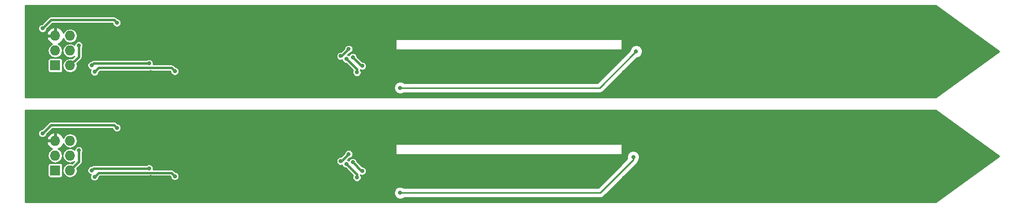
<source format=gbr>
G04 #@! TF.FileFunction,Copper,L2,Bot,Signal*
%FSLAX46Y46*%
G04 Gerber Fmt 4.6, Leading zero omitted, Abs format (unit mm)*
G04 Created by KiCad (PCBNEW no-vcs-found-undefined) date Fri Nov 11 20:13:07 2016*
%MOMM*%
%LPD*%
G01*
G04 APERTURE LIST*
%ADD10C,0.100000*%
%ADD11R,1.727200X1.727200*%
%ADD12O,1.727200X1.727200*%
%ADD13C,0.700000*%
%ADD14C,0.254000*%
%ADD15C,0.400000*%
G04 APERTURE END LIST*
D10*
D11*
X85560000Y-75400000D03*
D12*
X88100000Y-75400000D03*
X85560000Y-72860000D03*
X88100000Y-72860000D03*
X85560000Y-70320000D03*
X88100000Y-70320000D03*
X88100000Y-88320000D03*
X85560000Y-88320000D03*
X88100000Y-90860000D03*
X85560000Y-90860000D03*
X88100000Y-93400000D03*
D11*
X85560000Y-93400000D03*
D13*
X177000000Y-78000000D03*
X175750000Y-78000000D03*
X175750000Y-80500000D03*
X177000000Y-80500000D03*
X179500000Y-80500000D03*
X178250000Y-80500000D03*
X177000000Y-73000000D03*
X175746139Y-73000000D03*
X177000000Y-70500000D03*
X178246781Y-73000000D03*
X175763982Y-70500000D03*
X178262214Y-70500000D03*
X179500000Y-73000000D03*
X179500000Y-70500000D03*
X180746856Y-70500000D03*
X182000000Y-70500000D03*
X181549990Y-73000000D03*
X180505330Y-73000000D03*
X181702737Y-78297263D03*
X182500000Y-77500000D03*
X181500000Y-74750000D03*
X180595119Y-75654881D03*
X179750000Y-76500000D03*
X181000000Y-79000000D03*
X179008622Y-77241378D03*
X180228329Y-79771671D03*
X178250000Y-78000000D03*
X167000000Y-73000000D03*
X170749984Y-73000000D03*
X168250000Y-73000000D03*
X168250000Y-70500000D03*
X169500000Y-73000000D03*
X169500000Y-70500000D03*
X167000000Y-70500000D03*
X170750000Y-70500000D03*
X169500000Y-80500000D03*
X169500000Y-78000000D03*
X168250000Y-78000000D03*
X170750006Y-78000000D03*
X167000000Y-80500000D03*
X168250010Y-80500000D03*
X170750000Y-80500000D03*
X167000000Y-78000000D03*
X172000000Y-73000000D03*
X173248063Y-73000000D03*
X174500000Y-73000000D03*
X174500000Y-70500000D03*
X172000000Y-70500000D03*
X173248063Y-70500000D03*
X174500000Y-80500000D03*
X173249994Y-78000000D03*
X174500000Y-78000000D03*
X173250000Y-80500000D03*
X172000000Y-78000000D03*
X172000000Y-80500000D03*
X94200000Y-80499996D03*
X81000000Y-80500000D03*
X81000000Y-65600002D03*
X147000000Y-78000000D03*
X148273302Y-80500000D03*
X148257938Y-78000000D03*
X147000000Y-80500000D03*
X108799996Y-76400000D03*
X101841329Y-76527810D03*
X105900000Y-74100000D03*
X121700000Y-72900000D03*
X135535360Y-69314640D03*
X117100000Y-72900000D03*
X145753515Y-80500000D03*
X144500000Y-80550003D03*
X144754951Y-77975243D03*
X145750000Y-78000000D03*
X147000000Y-73000000D03*
X147000000Y-70500000D03*
X148250000Y-70499994D03*
X142150000Y-70700000D03*
X145800000Y-70500000D03*
X143300000Y-70500000D03*
X148250006Y-73000000D03*
X144500000Y-70500000D03*
X94200000Y-65600000D03*
X96800000Y-65800000D03*
X141300000Y-71800004D03*
X141200000Y-75872190D03*
X141630189Y-77934826D03*
X164500000Y-80500000D03*
X165749992Y-78000000D03*
X163250006Y-80500000D03*
X165750000Y-80500000D03*
X164500000Y-78000000D03*
X163250006Y-78000000D03*
X159500000Y-73000000D03*
X159500000Y-70500000D03*
X160749994Y-70500000D03*
X160750000Y-73000000D03*
X158250000Y-73000000D03*
X158250000Y-70500000D03*
X162000000Y-73000000D03*
X163250000Y-72999996D03*
X165750000Y-73000000D03*
X165750000Y-70500000D03*
X164500000Y-73000000D03*
X164500000Y-70500000D03*
X162000000Y-70500000D03*
X163250000Y-70500004D03*
X162000000Y-80500000D03*
X162000000Y-78000000D03*
X158250006Y-78000000D03*
X160750000Y-78000000D03*
X159500000Y-80500000D03*
X158250000Y-80500000D03*
X160750000Y-80500000D03*
X159500000Y-78000000D03*
X154500000Y-73000000D03*
X155750000Y-70500000D03*
X157000000Y-73000000D03*
X157000000Y-70500000D03*
X153250000Y-70500000D03*
X153250006Y-73000000D03*
X155750000Y-73000000D03*
X154500000Y-70500000D03*
X157000000Y-80500000D03*
X157000000Y-78000000D03*
X153250000Y-78000000D03*
X155750000Y-78000000D03*
X154500000Y-80500000D03*
X153250004Y-80500000D03*
X155750000Y-80500000D03*
X154500000Y-78000000D03*
X149500000Y-78000000D03*
X150750000Y-78000000D03*
X152000000Y-78000000D03*
X152000000Y-80500000D03*
X149500000Y-80500000D03*
X150750000Y-80500000D03*
X149500000Y-73000000D03*
X150750000Y-73000000D03*
X150750000Y-70500000D03*
X152000000Y-70500000D03*
X149500000Y-70500000D03*
X152000000Y-73000000D03*
X101841329Y-94527810D03*
X143300000Y-88500000D03*
X145800000Y-88500000D03*
X147000000Y-88500000D03*
X108799996Y-94400000D03*
X94200000Y-98499996D03*
X81000000Y-98500000D03*
X81000000Y-83600002D03*
X94200000Y-83600000D03*
X96800000Y-83800000D03*
X135535360Y-87314640D03*
X105900000Y-92100000D03*
X141300000Y-89800004D03*
X121700000Y-90900000D03*
X117100000Y-90900000D03*
X141630189Y-95934826D03*
X141200000Y-93872190D03*
X142150000Y-88700000D03*
X144754951Y-95975243D03*
X145750000Y-96000000D03*
X180595119Y-93654881D03*
X179008622Y-95241378D03*
X181702737Y-96297263D03*
X180228329Y-97771671D03*
X178250000Y-98500000D03*
X175750000Y-98500000D03*
X175750000Y-96000000D03*
X173249994Y-96000000D03*
X170750006Y-96000000D03*
X165749992Y-96000000D03*
X168250000Y-96000000D03*
X163250006Y-96000000D03*
X160750000Y-96000000D03*
X158250006Y-96000000D03*
X155750000Y-96000000D03*
X153250000Y-96000000D03*
X150750000Y-96000000D03*
X150750000Y-98500000D03*
X148257938Y-96000000D03*
X148273302Y-98500000D03*
X145753515Y-98500000D03*
X165750000Y-88500000D03*
X165750000Y-91000000D03*
X163250000Y-90999996D03*
X163250000Y-88500004D03*
X160750000Y-91000000D03*
X160749994Y-88500000D03*
X158250000Y-88500000D03*
X158250000Y-91000000D03*
X155750000Y-88500000D03*
X155750000Y-91000000D03*
X148250000Y-88499994D03*
X148250006Y-91000000D03*
X150750000Y-91000000D03*
X150750000Y-88500000D03*
X153250000Y-88500000D03*
X153250006Y-91000000D03*
X168250000Y-88500000D03*
X168250000Y-91000000D03*
X170749984Y-91000000D03*
X170750000Y-88500000D03*
X173248063Y-91000000D03*
X173248063Y-88500000D03*
X175746139Y-91000000D03*
X175763982Y-88500000D03*
X178246781Y-91000000D03*
X178262214Y-88500000D03*
X180746856Y-88500000D03*
X180505330Y-91000000D03*
X182500000Y-95500000D03*
X181000000Y-97000000D03*
X181500000Y-92750000D03*
X179750000Y-94500000D03*
X178250000Y-96000000D03*
X179500000Y-98500000D03*
X181549990Y-91000000D03*
X182000000Y-88500000D03*
X144500000Y-98550003D03*
X147000000Y-98500000D03*
X149500000Y-98500000D03*
X152000000Y-98500000D03*
X177000000Y-98500000D03*
X177000000Y-96000000D03*
X174500000Y-96000000D03*
X172000000Y-96000000D03*
X169500000Y-96000000D03*
X167000000Y-96000000D03*
X164500000Y-96000000D03*
X162000000Y-96000000D03*
X159500000Y-96000000D03*
X157000000Y-96000000D03*
X154500000Y-96000000D03*
X152000000Y-96000000D03*
X149500000Y-96000000D03*
X147000000Y-96000000D03*
X144500000Y-88500000D03*
X149500000Y-88500000D03*
X152000000Y-88500000D03*
X154500000Y-88500000D03*
X157000000Y-88500000D03*
X159500000Y-88500000D03*
X162000000Y-88500000D03*
X164500000Y-88500000D03*
X167000000Y-88500000D03*
X169500000Y-88500000D03*
X172000000Y-88500000D03*
X174500000Y-88500000D03*
X177000000Y-88500000D03*
X179500000Y-88500000D03*
X179500000Y-91000000D03*
X177000000Y-91000000D03*
X174500000Y-91000000D03*
X172000000Y-91000000D03*
X169500000Y-91000000D03*
X167000000Y-91000000D03*
X164500000Y-91000000D03*
X162000000Y-91000000D03*
X159500000Y-91000000D03*
X157000000Y-91000000D03*
X154500000Y-91000000D03*
X152000000Y-91000000D03*
X149500000Y-91000000D03*
X147000000Y-91000000D03*
X173250000Y-98500000D03*
X170750000Y-98500000D03*
X165750000Y-98500000D03*
X168250010Y-98500000D03*
X163250006Y-98500000D03*
X160750000Y-98500000D03*
X158250000Y-98500000D03*
X155750000Y-98500000D03*
X153250004Y-98500000D03*
X154500000Y-98500000D03*
X157000000Y-98500000D03*
X159500000Y-98500000D03*
X162000000Y-98500000D03*
X164500000Y-98500000D03*
X167000000Y-98500000D03*
X169500000Y-98500000D03*
X172000000Y-98500000D03*
X174500000Y-98500000D03*
X138000002Y-75500000D03*
X136399988Y-74000000D03*
X138000002Y-93500000D03*
X136399988Y-92000000D03*
X184300000Y-91100000D03*
X184800000Y-73000000D03*
X144500000Y-79250000D03*
X144500000Y-97250000D03*
X135700000Y-72599998D03*
X134322126Y-73800000D03*
X134322126Y-91800000D03*
X135700000Y-90599998D03*
X83400000Y-69054000D03*
X96100000Y-68100000D03*
X83400000Y-87054000D03*
X96100000Y-86100000D03*
X89585362Y-71985358D03*
X89585362Y-89985358D03*
X135300000Y-74300000D03*
X137100000Y-76600002D03*
X135300000Y-92300000D03*
X137100000Y-94600002D03*
X92281190Y-76501909D03*
X106000000Y-76400000D03*
X92281190Y-94501909D03*
X106000000Y-94400000D03*
X91800000Y-75400000D03*
X101602957Y-75072196D03*
X101602957Y-93072196D03*
X91800000Y-93400000D03*
D14*
X157000000Y-78000000D02*
X158250006Y-78000000D01*
X159500000Y-78000000D02*
X160750000Y-78000000D01*
X159500000Y-80500000D02*
X160750000Y-80500000D01*
X162000000Y-78000000D02*
X160750000Y-78000000D01*
X162000000Y-80500000D02*
X160750000Y-80500000D01*
X157000000Y-78000000D02*
X155750000Y-78000000D01*
X149500000Y-70500000D02*
X150750000Y-70500000D01*
X159500000Y-70500000D02*
X160749994Y-70500000D01*
X162000000Y-70500000D02*
X160749994Y-70500000D01*
X164500000Y-78000000D02*
X167000000Y-78000000D01*
X164500000Y-80500000D02*
X165750000Y-80500000D01*
X167000000Y-80500000D02*
X165750000Y-80500000D01*
X172000000Y-80500000D02*
X170750000Y-80500000D01*
X172000000Y-78000000D02*
X170750006Y-78000000D01*
X172000000Y-80500000D02*
X173250000Y-80500000D01*
X167000000Y-70500000D02*
X164500000Y-70500000D01*
X172000000Y-78000000D02*
X173249994Y-78000000D01*
X174500000Y-78000000D02*
X177000000Y-78000000D01*
X179500000Y-70500000D02*
X180746856Y-70500000D01*
X177000000Y-80500000D02*
X179500000Y-80500000D01*
X152000000Y-70500000D02*
X153250000Y-70500000D01*
X152000000Y-70500000D02*
X150750000Y-70500000D01*
X154500000Y-70500000D02*
X155750000Y-70500000D01*
X157000000Y-70500000D02*
X158250000Y-70500000D01*
X157000000Y-70500000D02*
X155750000Y-70500000D01*
X162000000Y-78000000D02*
X163250006Y-78000000D01*
X162000000Y-80500000D02*
X163250006Y-80500000D01*
X157000000Y-80500000D02*
X154500000Y-80500000D01*
X180228329Y-79771671D02*
X181000000Y-79000000D01*
X169500000Y-73000000D02*
X170749984Y-73000000D01*
X179500000Y-73000000D02*
X178246781Y-73000000D01*
X175763982Y-70500000D02*
X174500000Y-70500000D01*
X169500000Y-70500000D02*
X170750000Y-70500000D01*
X174500000Y-73000000D02*
X175746139Y-73000000D01*
X147000000Y-70500000D02*
X144500000Y-70500000D01*
X144500000Y-70500000D02*
X142350000Y-70500000D01*
X144550003Y-80500000D02*
X144500000Y-80550003D01*
D15*
X143750392Y-80550003D02*
X141630189Y-78429800D01*
D14*
X142350000Y-70500000D02*
X142150000Y-70700000D01*
D15*
X144500000Y-80550003D02*
X143750392Y-80550003D01*
D14*
X152000000Y-80500000D02*
X149500000Y-80500000D01*
X152000000Y-73000000D02*
X150750000Y-73000000D01*
X152000000Y-73000000D02*
X153250006Y-73000000D01*
X152000000Y-78000000D02*
X150750000Y-78000000D01*
X177000000Y-80500000D02*
X175750000Y-80500000D01*
X179750000Y-76500000D02*
X180595119Y-75654881D01*
X179008622Y-77241378D02*
X179750000Y-76500000D01*
X145753515Y-80500000D02*
X144550003Y-80500000D01*
X147000000Y-78000000D02*
X145750000Y-78000000D01*
X143000000Y-76000000D02*
X142872190Y-75872190D01*
X147000000Y-73000000D02*
X144127810Y-75872190D01*
X147000000Y-78000000D02*
X144872190Y-75872190D01*
X144872190Y-75872190D02*
X141694974Y-75872190D01*
X142872190Y-75872190D02*
X141694974Y-75872190D01*
X141694974Y-75872190D02*
X141200000Y-75872190D01*
D15*
X141630189Y-78429800D02*
X141630189Y-77934826D01*
D14*
X144127810Y-75872190D02*
X141694974Y-75872190D01*
X154500000Y-73000000D02*
X155750000Y-73000000D01*
X157000000Y-73000000D02*
X155750000Y-73000000D01*
X157000000Y-73000000D02*
X158250000Y-73000000D01*
X159500000Y-73000000D02*
X160750000Y-73000000D01*
X162000000Y-73000000D02*
X160750000Y-73000000D01*
X162000000Y-73000000D02*
X163249996Y-73000000D01*
X167000000Y-73000000D02*
X165750000Y-73000000D01*
X163249996Y-73000000D02*
X163250000Y-72999996D01*
D15*
X144500000Y-98550003D02*
X143750392Y-98550003D01*
X143750392Y-98550003D02*
X141630189Y-96429800D01*
X141630189Y-96429800D02*
X141630189Y-95934826D01*
D14*
X142872190Y-93872190D02*
X141694974Y-93872190D01*
X141694974Y-93872190D02*
X141200000Y-93872190D01*
X144127810Y-93872190D02*
X141694974Y-93872190D01*
X147000000Y-96000000D02*
X144872190Y-93872190D01*
X144872190Y-93872190D02*
X141694974Y-93872190D01*
X147000000Y-91000000D02*
X144127810Y-93872190D01*
X143000000Y-94000000D02*
X142872190Y-93872190D01*
X147000000Y-96000000D02*
X145750000Y-96000000D01*
X179750000Y-94500000D02*
X180595119Y-93654881D01*
X179008622Y-95241378D02*
X179750000Y-94500000D01*
X180228329Y-97771671D02*
X181000000Y-97000000D01*
X177000000Y-98500000D02*
X175750000Y-98500000D01*
X172000000Y-96000000D02*
X173249994Y-96000000D01*
X172000000Y-96000000D02*
X170750006Y-96000000D01*
X162000000Y-96000000D02*
X163250006Y-96000000D01*
X162000000Y-96000000D02*
X160750000Y-96000000D01*
X159500000Y-96000000D02*
X160750000Y-96000000D01*
X157000000Y-96000000D02*
X158250006Y-96000000D01*
X157000000Y-96000000D02*
X155750000Y-96000000D01*
X152000000Y-96000000D02*
X150750000Y-96000000D01*
X145753515Y-98500000D02*
X144550003Y-98500000D01*
X167000000Y-91000000D02*
X165750000Y-91000000D01*
X163249996Y-91000000D02*
X163250000Y-90999996D01*
X162000000Y-91000000D02*
X163249996Y-91000000D01*
X162000000Y-91000000D02*
X160750000Y-91000000D01*
X159500000Y-91000000D02*
X160750000Y-91000000D01*
X162000000Y-88500000D02*
X160749994Y-88500000D01*
X159500000Y-88500000D02*
X160749994Y-88500000D01*
X157000000Y-88500000D02*
X158250000Y-88500000D01*
X157000000Y-91000000D02*
X158250000Y-91000000D01*
X154500000Y-88500000D02*
X155750000Y-88500000D01*
X157000000Y-88500000D02*
X155750000Y-88500000D01*
X157000000Y-91000000D02*
X155750000Y-91000000D01*
X154500000Y-91000000D02*
X155750000Y-91000000D01*
X152000000Y-91000000D02*
X150750000Y-91000000D01*
X152000000Y-88500000D02*
X150750000Y-88500000D01*
X149500000Y-88500000D02*
X150750000Y-88500000D01*
X152000000Y-88500000D02*
X153250000Y-88500000D01*
X152000000Y-91000000D02*
X153250006Y-91000000D01*
X169500000Y-91000000D02*
X170749984Y-91000000D01*
X169500000Y-88500000D02*
X170750000Y-88500000D01*
X174500000Y-91000000D02*
X175746139Y-91000000D01*
X175763982Y-88500000D02*
X174500000Y-88500000D01*
X179500000Y-91000000D02*
X178246781Y-91000000D01*
X179500000Y-88500000D02*
X180746856Y-88500000D01*
X177000000Y-98500000D02*
X179500000Y-98500000D01*
X144500000Y-88500000D02*
X142350000Y-88500000D01*
X142350000Y-88500000D02*
X142150000Y-88700000D01*
X144550003Y-98500000D02*
X144500000Y-98550003D01*
X152000000Y-98500000D02*
X149500000Y-98500000D01*
X174500000Y-96000000D02*
X177000000Y-96000000D01*
X164500000Y-96000000D02*
X167000000Y-96000000D01*
X147000000Y-88500000D02*
X144500000Y-88500000D01*
X167000000Y-88500000D02*
X164500000Y-88500000D01*
X172000000Y-98500000D02*
X173250000Y-98500000D01*
X172000000Y-98500000D02*
X170750000Y-98500000D01*
X167000000Y-98500000D02*
X165750000Y-98500000D01*
X164500000Y-98500000D02*
X165750000Y-98500000D01*
X162000000Y-98500000D02*
X163250006Y-98500000D01*
X162000000Y-98500000D02*
X160750000Y-98500000D01*
X159500000Y-98500000D02*
X160750000Y-98500000D01*
X157000000Y-98500000D02*
X154500000Y-98500000D01*
D15*
X136399988Y-74000000D02*
X137899988Y-75500000D01*
X137899988Y-75500000D02*
X138000002Y-75500000D01*
X137899988Y-93500000D02*
X138000002Y-93500000D01*
X136399988Y-92000000D02*
X137899988Y-93500000D01*
D14*
X184300000Y-91594974D02*
X184300000Y-91100000D01*
X178644974Y-97250000D02*
X184300000Y-91594974D01*
X144500000Y-97250000D02*
X178644974Y-97250000D01*
X184450001Y-73349999D02*
X184800000Y-73000000D01*
X178550000Y-79250000D02*
X184450001Y-73349999D01*
X144500000Y-79250000D02*
X178550000Y-79250000D01*
D15*
X135700000Y-72599998D02*
X134499998Y-73800000D01*
X134499998Y-73800000D02*
X134322126Y-73800000D01*
X134499998Y-91800000D02*
X134322126Y-91800000D01*
X135700000Y-90599998D02*
X134499998Y-91800000D01*
X96100000Y-68100000D02*
X95600000Y-67600000D01*
X95600000Y-67600000D02*
X84854000Y-67600000D01*
X84854000Y-67600000D02*
X83400000Y-69054000D01*
X96100000Y-86100000D02*
X95600000Y-85600000D01*
X95600000Y-85600000D02*
X84854000Y-85600000D01*
X84854000Y-85600000D02*
X83400000Y-87054000D01*
X89585362Y-73914638D02*
X89585362Y-72480332D01*
X89585362Y-72480332D02*
X89585362Y-71985358D01*
X88100000Y-75400000D02*
X89585362Y-73914638D01*
X89585362Y-91914638D02*
X89585362Y-90480332D01*
X89585362Y-90480332D02*
X89585362Y-89985358D01*
X88100000Y-93400000D02*
X89585362Y-91914638D01*
X137100000Y-76100000D02*
X135300000Y-74300000D01*
X137100000Y-76600002D02*
X137100000Y-76100000D01*
X137100000Y-94600002D02*
X137100000Y-94100000D01*
X137100000Y-94100000D02*
X135300000Y-92300000D01*
X92281190Y-76501909D02*
X92983099Y-75800000D01*
X105400000Y-75800000D02*
X106000000Y-76400000D01*
X92983099Y-75800000D02*
X105400000Y-75800000D01*
X92281190Y-94501909D02*
X92983099Y-93800000D01*
X92983099Y-93800000D02*
X105400000Y-93800000D01*
X105400000Y-93800000D02*
X106000000Y-94400000D01*
X92127804Y-75072196D02*
X101602957Y-75072196D01*
X91800000Y-75400000D02*
X92127804Y-75072196D01*
X91800000Y-93400000D02*
X92127804Y-93072196D01*
X92127804Y-93072196D02*
X101602957Y-93072196D01*
D14*
G36*
X246784077Y-91000000D02*
X235958702Y-98873000D01*
X182427000Y-98873000D01*
X182427000Y-94675713D01*
X184903869Y-92198844D01*
X185088993Y-91921786D01*
X185110740Y-91812455D01*
X185212504Y-91710868D01*
X185376813Y-91315168D01*
X185377187Y-90886711D01*
X185213569Y-90490725D01*
X184910868Y-90187496D01*
X184515168Y-90023187D01*
X184086711Y-90022813D01*
X183690725Y-90186431D01*
X183387496Y-90489132D01*
X183223187Y-90884832D01*
X183222813Y-91313289D01*
X183267002Y-91420234D01*
X182427000Y-92260236D01*
X182427000Y-83127000D01*
X235958702Y-83127000D01*
X246784077Y-91000000D01*
X246784077Y-91000000D01*
G37*
X246784077Y-91000000D02*
X235958702Y-98873000D01*
X182427000Y-98873000D01*
X182427000Y-94675713D01*
X184903869Y-92198844D01*
X185088993Y-91921786D01*
X185110740Y-91812455D01*
X185212504Y-91710868D01*
X185376813Y-91315168D01*
X185377187Y-90886711D01*
X185213569Y-90490725D01*
X184910868Y-90187496D01*
X184515168Y-90023187D01*
X184086711Y-90022813D01*
X183690725Y-90186431D01*
X183387496Y-90489132D01*
X183223187Y-90884832D01*
X183222813Y-91313289D01*
X183267002Y-91420234D01*
X182427000Y-92260236D01*
X182427000Y-83127000D01*
X235958702Y-83127000D01*
X246784077Y-91000000D01*
G36*
X182273000Y-88873000D02*
X143800000Y-88873000D01*
X143751399Y-88882667D01*
X143710197Y-88910197D01*
X143682667Y-88951399D01*
X143673000Y-89000000D01*
X143673000Y-90600000D01*
X143682667Y-90648601D01*
X143710197Y-90689803D01*
X143751399Y-90717333D01*
X143800000Y-90727000D01*
X182273000Y-90727000D01*
X182273000Y-92414236D01*
X178291236Y-96396000D01*
X145169270Y-96396000D01*
X145110868Y-96337496D01*
X144715168Y-96173187D01*
X144286711Y-96172813D01*
X143890725Y-96336431D01*
X143587496Y-96639132D01*
X143423187Y-97034832D01*
X143422813Y-97463289D01*
X143586431Y-97859275D01*
X143889132Y-98162504D01*
X144284832Y-98326813D01*
X144713289Y-98327187D01*
X145109275Y-98163569D01*
X145168948Y-98104000D01*
X178644974Y-98104000D01*
X178971786Y-98038993D01*
X179248843Y-97853869D01*
X182273000Y-94829713D01*
X182273000Y-98873000D01*
X80431000Y-98873000D01*
X80431000Y-92536400D01*
X84307936Y-92536400D01*
X84307936Y-94263600D01*
X84337506Y-94412259D01*
X84421714Y-94538286D01*
X84547741Y-94622494D01*
X84696400Y-94652064D01*
X86423600Y-94652064D01*
X86572259Y-94622494D01*
X86698286Y-94538286D01*
X86782494Y-94412259D01*
X86812064Y-94263600D01*
X86812064Y-92536400D01*
X86782494Y-92387741D01*
X86698286Y-92261714D01*
X86572259Y-92177506D01*
X86423600Y-92147936D01*
X84696400Y-92147936D01*
X84547741Y-92177506D01*
X84421714Y-92261714D01*
X84337506Y-92387741D01*
X84307936Y-92536400D01*
X80431000Y-92536400D01*
X80431000Y-88679026D01*
X84105042Y-88679026D01*
X84277312Y-89094947D01*
X84671510Y-89526821D01*
X85061662Y-89709676D01*
X85059329Y-89710140D01*
X84655552Y-89979935D01*
X84385757Y-90383712D01*
X84291017Y-90860000D01*
X84385757Y-91336288D01*
X84655552Y-91740065D01*
X85059329Y-92009860D01*
X85535617Y-92104600D01*
X85584383Y-92104600D01*
X86060671Y-92009860D01*
X86464448Y-91740065D01*
X86734243Y-91336288D01*
X86828983Y-90860000D01*
X86831017Y-90860000D01*
X86925757Y-91336288D01*
X87195552Y-91740065D01*
X87599329Y-92009860D01*
X88075617Y-92104600D01*
X88124383Y-92104600D01*
X88600671Y-92009860D01*
X88805031Y-91873311D01*
X88456817Y-92221525D01*
X88124383Y-92155400D01*
X88075617Y-92155400D01*
X87599329Y-92250140D01*
X87195552Y-92519935D01*
X86925757Y-92923712D01*
X86831017Y-93400000D01*
X86925757Y-93876288D01*
X87195552Y-94280065D01*
X87599329Y-94549860D01*
X88075617Y-94644600D01*
X88124383Y-94644600D01*
X88600671Y-94549860D01*
X89004448Y-94280065D01*
X89274243Y-93876288D01*
X89340186Y-93544767D01*
X91068874Y-93544767D01*
X91179927Y-93813537D01*
X91385381Y-94019350D01*
X91645245Y-94127255D01*
X91550317Y-94355866D01*
X91550064Y-94646676D01*
X91661117Y-94915446D01*
X91866571Y-95121259D01*
X92135147Y-95232782D01*
X92425957Y-95233035D01*
X92694727Y-95121982D01*
X92900540Y-94916528D01*
X93012063Y-94647952D01*
X93012111Y-94592646D01*
X93223757Y-94381000D01*
X105159342Y-94381000D01*
X105268921Y-94490579D01*
X105268874Y-94544767D01*
X105379927Y-94813537D01*
X105585381Y-95019350D01*
X105853957Y-95130873D01*
X106144767Y-95131126D01*
X106413537Y-95020073D01*
X106619350Y-94814619D01*
X106730873Y-94546043D01*
X106731126Y-94255233D01*
X106620073Y-93986463D01*
X106414619Y-93780650D01*
X106146043Y-93669127D01*
X106090737Y-93669079D01*
X105810829Y-93389171D01*
X105622339Y-93263226D01*
X105400000Y-93219000D01*
X102333514Y-93219000D01*
X102333830Y-93218239D01*
X102334083Y-92927429D01*
X102223030Y-92658659D01*
X102017576Y-92452846D01*
X101749000Y-92341323D01*
X101458190Y-92341070D01*
X101189420Y-92452123D01*
X101150279Y-92491196D01*
X92127804Y-92491196D01*
X91905465Y-92535422D01*
X91716975Y-92661367D01*
X91709421Y-92668921D01*
X91655233Y-92668874D01*
X91386463Y-92779927D01*
X91180650Y-92985381D01*
X91069127Y-93253957D01*
X91068874Y-93544767D01*
X89340186Y-93544767D01*
X89368983Y-93400000D01*
X89294767Y-93026891D01*
X89996191Y-92325467D01*
X90122136Y-92136977D01*
X90160368Y-91944767D01*
X133591000Y-91944767D01*
X133702053Y-92213537D01*
X133907507Y-92419350D01*
X134176083Y-92530873D01*
X134466893Y-92531126D01*
X134584481Y-92482540D01*
X134679927Y-92713537D01*
X134885381Y-92919350D01*
X135153957Y-93030873D01*
X135209263Y-93030921D01*
X136446344Y-94268002D01*
X136369127Y-94453959D01*
X136368874Y-94744769D01*
X136479927Y-95013539D01*
X136685381Y-95219352D01*
X136953957Y-95330875D01*
X137244767Y-95331128D01*
X137513537Y-95220075D01*
X137719350Y-95014621D01*
X137830873Y-94746045D01*
X137831126Y-94455235D01*
X137720073Y-94186465D01*
X137701000Y-94167359D01*
X137853959Y-94230873D01*
X138144769Y-94231126D01*
X138413539Y-94120073D01*
X138619352Y-93914619D01*
X138730875Y-93646043D01*
X138731128Y-93355233D01*
X138620075Y-93086463D01*
X138414621Y-92880650D01*
X138146045Y-92769127D01*
X137990638Y-92768992D01*
X137131067Y-91909421D01*
X137131114Y-91855233D01*
X137020061Y-91586463D01*
X136814607Y-91380650D01*
X136546031Y-91269127D01*
X136255221Y-91268874D01*
X135986451Y-91379927D01*
X135780638Y-91585381D01*
X135733306Y-91699369D01*
X135714619Y-91680650D01*
X135521285Y-91600371D01*
X135790579Y-91331077D01*
X135844767Y-91331124D01*
X136113537Y-91220071D01*
X136319350Y-91014617D01*
X136430873Y-90746041D01*
X136431126Y-90455231D01*
X136320073Y-90186461D01*
X136114619Y-89980648D01*
X135846043Y-89869125D01*
X135555233Y-89868872D01*
X135286463Y-89979925D01*
X135080650Y-90185379D01*
X134969127Y-90453955D01*
X134969079Y-90509261D01*
X134409264Y-91069076D01*
X134177359Y-91068874D01*
X133908589Y-91179927D01*
X133702776Y-91385381D01*
X133591253Y-91653957D01*
X133591000Y-91944767D01*
X90160368Y-91944767D01*
X90166362Y-91914638D01*
X90166362Y-90438260D01*
X90204712Y-90399977D01*
X90316235Y-90131401D01*
X90316488Y-89840591D01*
X90205435Y-89571821D01*
X89999981Y-89366008D01*
X89731405Y-89254485D01*
X89440595Y-89254232D01*
X89171825Y-89365285D01*
X88966012Y-89570739D01*
X88854489Y-89839315D01*
X88854454Y-89879712D01*
X88600671Y-89710140D01*
X88124383Y-89615400D01*
X88075617Y-89615400D01*
X87599329Y-89710140D01*
X87195552Y-89979935D01*
X86925757Y-90383712D01*
X86831017Y-90860000D01*
X86828983Y-90860000D01*
X86734243Y-90383712D01*
X86464448Y-89979935D01*
X86060671Y-89710140D01*
X86058338Y-89709676D01*
X86448490Y-89526821D01*
X86842688Y-89094947D01*
X86950841Y-88833828D01*
X87195552Y-89200065D01*
X87599329Y-89469860D01*
X88075617Y-89564600D01*
X88124383Y-89564600D01*
X88600671Y-89469860D01*
X89004448Y-89200065D01*
X89274243Y-88796288D01*
X89368983Y-88320000D01*
X89274243Y-87843712D01*
X89004448Y-87439935D01*
X88600671Y-87170140D01*
X88124383Y-87075400D01*
X88075617Y-87075400D01*
X87599329Y-87170140D01*
X87195552Y-87439935D01*
X86950841Y-87806172D01*
X86842688Y-87545053D01*
X86448490Y-87113179D01*
X85919027Y-86865032D01*
X85687000Y-86985531D01*
X85687000Y-88193000D01*
X85707000Y-88193000D01*
X85707000Y-88447000D01*
X85687000Y-88447000D01*
X85687000Y-88467000D01*
X85433000Y-88467000D01*
X85433000Y-88447000D01*
X84226183Y-88447000D01*
X84105042Y-88679026D01*
X80431000Y-88679026D01*
X80431000Y-87960974D01*
X84105042Y-87960974D01*
X84226183Y-88193000D01*
X85433000Y-88193000D01*
X85433000Y-86985531D01*
X85200973Y-86865032D01*
X84671510Y-87113179D01*
X84277312Y-87545053D01*
X84105042Y-87960974D01*
X80431000Y-87960974D01*
X80431000Y-87198767D01*
X82668874Y-87198767D01*
X82779927Y-87467537D01*
X82985381Y-87673350D01*
X83253957Y-87784873D01*
X83544767Y-87785126D01*
X83813537Y-87674073D01*
X84019350Y-87468619D01*
X84130873Y-87200043D01*
X84130921Y-87144737D01*
X85094658Y-86181000D01*
X95359342Y-86181000D01*
X95368921Y-86190579D01*
X95368874Y-86244767D01*
X95479927Y-86513537D01*
X95685381Y-86719350D01*
X95953957Y-86830873D01*
X96244767Y-86831126D01*
X96513537Y-86720073D01*
X96719350Y-86514619D01*
X96830873Y-86246043D01*
X96831126Y-85955233D01*
X96720073Y-85686463D01*
X96514619Y-85480650D01*
X96246043Y-85369127D01*
X96190737Y-85369079D01*
X96010829Y-85189171D01*
X95822339Y-85063226D01*
X95600000Y-85019000D01*
X84854000Y-85019000D01*
X84631661Y-85063226D01*
X84443171Y-85189171D01*
X83309421Y-86322921D01*
X83255233Y-86322874D01*
X82986463Y-86433927D01*
X82780650Y-86639381D01*
X82669127Y-86907957D01*
X82668874Y-87198767D01*
X80431000Y-87198767D01*
X80431000Y-83127000D01*
X182273000Y-83127000D01*
X182273000Y-88873000D01*
X182273000Y-88873000D01*
G37*
X182273000Y-88873000D02*
X143800000Y-88873000D01*
X143751399Y-88882667D01*
X143710197Y-88910197D01*
X143682667Y-88951399D01*
X143673000Y-89000000D01*
X143673000Y-90600000D01*
X143682667Y-90648601D01*
X143710197Y-90689803D01*
X143751399Y-90717333D01*
X143800000Y-90727000D01*
X182273000Y-90727000D01*
X182273000Y-92414236D01*
X178291236Y-96396000D01*
X145169270Y-96396000D01*
X145110868Y-96337496D01*
X144715168Y-96173187D01*
X144286711Y-96172813D01*
X143890725Y-96336431D01*
X143587496Y-96639132D01*
X143423187Y-97034832D01*
X143422813Y-97463289D01*
X143586431Y-97859275D01*
X143889132Y-98162504D01*
X144284832Y-98326813D01*
X144713289Y-98327187D01*
X145109275Y-98163569D01*
X145168948Y-98104000D01*
X178644974Y-98104000D01*
X178971786Y-98038993D01*
X179248843Y-97853869D01*
X182273000Y-94829713D01*
X182273000Y-98873000D01*
X80431000Y-98873000D01*
X80431000Y-92536400D01*
X84307936Y-92536400D01*
X84307936Y-94263600D01*
X84337506Y-94412259D01*
X84421714Y-94538286D01*
X84547741Y-94622494D01*
X84696400Y-94652064D01*
X86423600Y-94652064D01*
X86572259Y-94622494D01*
X86698286Y-94538286D01*
X86782494Y-94412259D01*
X86812064Y-94263600D01*
X86812064Y-92536400D01*
X86782494Y-92387741D01*
X86698286Y-92261714D01*
X86572259Y-92177506D01*
X86423600Y-92147936D01*
X84696400Y-92147936D01*
X84547741Y-92177506D01*
X84421714Y-92261714D01*
X84337506Y-92387741D01*
X84307936Y-92536400D01*
X80431000Y-92536400D01*
X80431000Y-88679026D01*
X84105042Y-88679026D01*
X84277312Y-89094947D01*
X84671510Y-89526821D01*
X85061662Y-89709676D01*
X85059329Y-89710140D01*
X84655552Y-89979935D01*
X84385757Y-90383712D01*
X84291017Y-90860000D01*
X84385757Y-91336288D01*
X84655552Y-91740065D01*
X85059329Y-92009860D01*
X85535617Y-92104600D01*
X85584383Y-92104600D01*
X86060671Y-92009860D01*
X86464448Y-91740065D01*
X86734243Y-91336288D01*
X86828983Y-90860000D01*
X86831017Y-90860000D01*
X86925757Y-91336288D01*
X87195552Y-91740065D01*
X87599329Y-92009860D01*
X88075617Y-92104600D01*
X88124383Y-92104600D01*
X88600671Y-92009860D01*
X88805031Y-91873311D01*
X88456817Y-92221525D01*
X88124383Y-92155400D01*
X88075617Y-92155400D01*
X87599329Y-92250140D01*
X87195552Y-92519935D01*
X86925757Y-92923712D01*
X86831017Y-93400000D01*
X86925757Y-93876288D01*
X87195552Y-94280065D01*
X87599329Y-94549860D01*
X88075617Y-94644600D01*
X88124383Y-94644600D01*
X88600671Y-94549860D01*
X89004448Y-94280065D01*
X89274243Y-93876288D01*
X89340186Y-93544767D01*
X91068874Y-93544767D01*
X91179927Y-93813537D01*
X91385381Y-94019350D01*
X91645245Y-94127255D01*
X91550317Y-94355866D01*
X91550064Y-94646676D01*
X91661117Y-94915446D01*
X91866571Y-95121259D01*
X92135147Y-95232782D01*
X92425957Y-95233035D01*
X92694727Y-95121982D01*
X92900540Y-94916528D01*
X93012063Y-94647952D01*
X93012111Y-94592646D01*
X93223757Y-94381000D01*
X105159342Y-94381000D01*
X105268921Y-94490579D01*
X105268874Y-94544767D01*
X105379927Y-94813537D01*
X105585381Y-95019350D01*
X105853957Y-95130873D01*
X106144767Y-95131126D01*
X106413537Y-95020073D01*
X106619350Y-94814619D01*
X106730873Y-94546043D01*
X106731126Y-94255233D01*
X106620073Y-93986463D01*
X106414619Y-93780650D01*
X106146043Y-93669127D01*
X106090737Y-93669079D01*
X105810829Y-93389171D01*
X105622339Y-93263226D01*
X105400000Y-93219000D01*
X102333514Y-93219000D01*
X102333830Y-93218239D01*
X102334083Y-92927429D01*
X102223030Y-92658659D01*
X102017576Y-92452846D01*
X101749000Y-92341323D01*
X101458190Y-92341070D01*
X101189420Y-92452123D01*
X101150279Y-92491196D01*
X92127804Y-92491196D01*
X91905465Y-92535422D01*
X91716975Y-92661367D01*
X91709421Y-92668921D01*
X91655233Y-92668874D01*
X91386463Y-92779927D01*
X91180650Y-92985381D01*
X91069127Y-93253957D01*
X91068874Y-93544767D01*
X89340186Y-93544767D01*
X89368983Y-93400000D01*
X89294767Y-93026891D01*
X89996191Y-92325467D01*
X90122136Y-92136977D01*
X90160368Y-91944767D01*
X133591000Y-91944767D01*
X133702053Y-92213537D01*
X133907507Y-92419350D01*
X134176083Y-92530873D01*
X134466893Y-92531126D01*
X134584481Y-92482540D01*
X134679927Y-92713537D01*
X134885381Y-92919350D01*
X135153957Y-93030873D01*
X135209263Y-93030921D01*
X136446344Y-94268002D01*
X136369127Y-94453959D01*
X136368874Y-94744769D01*
X136479927Y-95013539D01*
X136685381Y-95219352D01*
X136953957Y-95330875D01*
X137244767Y-95331128D01*
X137513537Y-95220075D01*
X137719350Y-95014621D01*
X137830873Y-94746045D01*
X137831126Y-94455235D01*
X137720073Y-94186465D01*
X137701000Y-94167359D01*
X137853959Y-94230873D01*
X138144769Y-94231126D01*
X138413539Y-94120073D01*
X138619352Y-93914619D01*
X138730875Y-93646043D01*
X138731128Y-93355233D01*
X138620075Y-93086463D01*
X138414621Y-92880650D01*
X138146045Y-92769127D01*
X137990638Y-92768992D01*
X137131067Y-91909421D01*
X137131114Y-91855233D01*
X137020061Y-91586463D01*
X136814607Y-91380650D01*
X136546031Y-91269127D01*
X136255221Y-91268874D01*
X135986451Y-91379927D01*
X135780638Y-91585381D01*
X135733306Y-91699369D01*
X135714619Y-91680650D01*
X135521285Y-91600371D01*
X135790579Y-91331077D01*
X135844767Y-91331124D01*
X136113537Y-91220071D01*
X136319350Y-91014617D01*
X136430873Y-90746041D01*
X136431126Y-90455231D01*
X136320073Y-90186461D01*
X136114619Y-89980648D01*
X135846043Y-89869125D01*
X135555233Y-89868872D01*
X135286463Y-89979925D01*
X135080650Y-90185379D01*
X134969127Y-90453955D01*
X134969079Y-90509261D01*
X134409264Y-91069076D01*
X134177359Y-91068874D01*
X133908589Y-91179927D01*
X133702776Y-91385381D01*
X133591253Y-91653957D01*
X133591000Y-91944767D01*
X90160368Y-91944767D01*
X90166362Y-91914638D01*
X90166362Y-90438260D01*
X90204712Y-90399977D01*
X90316235Y-90131401D01*
X90316488Y-89840591D01*
X90205435Y-89571821D01*
X89999981Y-89366008D01*
X89731405Y-89254485D01*
X89440595Y-89254232D01*
X89171825Y-89365285D01*
X88966012Y-89570739D01*
X88854489Y-89839315D01*
X88854454Y-89879712D01*
X88600671Y-89710140D01*
X88124383Y-89615400D01*
X88075617Y-89615400D01*
X87599329Y-89710140D01*
X87195552Y-89979935D01*
X86925757Y-90383712D01*
X86831017Y-90860000D01*
X86828983Y-90860000D01*
X86734243Y-90383712D01*
X86464448Y-89979935D01*
X86060671Y-89710140D01*
X86058338Y-89709676D01*
X86448490Y-89526821D01*
X86842688Y-89094947D01*
X86950841Y-88833828D01*
X87195552Y-89200065D01*
X87599329Y-89469860D01*
X88075617Y-89564600D01*
X88124383Y-89564600D01*
X88600671Y-89469860D01*
X89004448Y-89200065D01*
X89274243Y-88796288D01*
X89368983Y-88320000D01*
X89274243Y-87843712D01*
X89004448Y-87439935D01*
X88600671Y-87170140D01*
X88124383Y-87075400D01*
X88075617Y-87075400D01*
X87599329Y-87170140D01*
X87195552Y-87439935D01*
X86950841Y-87806172D01*
X86842688Y-87545053D01*
X86448490Y-87113179D01*
X85919027Y-86865032D01*
X85687000Y-86985531D01*
X85687000Y-88193000D01*
X85707000Y-88193000D01*
X85707000Y-88447000D01*
X85687000Y-88447000D01*
X85687000Y-88467000D01*
X85433000Y-88467000D01*
X85433000Y-88447000D01*
X84226183Y-88447000D01*
X84105042Y-88679026D01*
X80431000Y-88679026D01*
X80431000Y-87960974D01*
X84105042Y-87960974D01*
X84226183Y-88193000D01*
X85433000Y-88193000D01*
X85433000Y-86985531D01*
X85200973Y-86865032D01*
X84671510Y-87113179D01*
X84277312Y-87545053D01*
X84105042Y-87960974D01*
X80431000Y-87960974D01*
X80431000Y-87198767D01*
X82668874Y-87198767D01*
X82779927Y-87467537D01*
X82985381Y-87673350D01*
X83253957Y-87784873D01*
X83544767Y-87785126D01*
X83813537Y-87674073D01*
X84019350Y-87468619D01*
X84130873Y-87200043D01*
X84130921Y-87144737D01*
X85094658Y-86181000D01*
X95359342Y-86181000D01*
X95368921Y-86190579D01*
X95368874Y-86244767D01*
X95479927Y-86513537D01*
X95685381Y-86719350D01*
X95953957Y-86830873D01*
X96244767Y-86831126D01*
X96513537Y-86720073D01*
X96719350Y-86514619D01*
X96830873Y-86246043D01*
X96831126Y-85955233D01*
X96720073Y-85686463D01*
X96514619Y-85480650D01*
X96246043Y-85369127D01*
X96190737Y-85369079D01*
X96010829Y-85189171D01*
X95822339Y-85063226D01*
X95600000Y-85019000D01*
X84854000Y-85019000D01*
X84631661Y-85063226D01*
X84443171Y-85189171D01*
X83309421Y-86322921D01*
X83255233Y-86322874D01*
X82986463Y-86433927D01*
X82780650Y-86639381D01*
X82669127Y-86907957D01*
X82668874Y-87198767D01*
X80431000Y-87198767D01*
X80431000Y-83127000D01*
X182273000Y-83127000D01*
X182273000Y-88873000D01*
G36*
X246784077Y-73000000D02*
X235958702Y-80873000D01*
X182427000Y-80873000D01*
X182427000Y-76580738D01*
X184930623Y-74077115D01*
X185013289Y-74077187D01*
X185409275Y-73913569D01*
X185712504Y-73610868D01*
X185876813Y-73215168D01*
X185877187Y-72786711D01*
X185713569Y-72390725D01*
X185410868Y-72087496D01*
X185015168Y-71923187D01*
X184586711Y-71922813D01*
X184190725Y-72086431D01*
X183887496Y-72389132D01*
X183723187Y-72784832D01*
X183723113Y-72869149D01*
X182427000Y-74165262D01*
X182427000Y-65127000D01*
X235958702Y-65127000D01*
X246784077Y-73000000D01*
X246784077Y-73000000D01*
G37*
X246784077Y-73000000D02*
X235958702Y-80873000D01*
X182427000Y-80873000D01*
X182427000Y-76580738D01*
X184930623Y-74077115D01*
X185013289Y-74077187D01*
X185409275Y-73913569D01*
X185712504Y-73610868D01*
X185876813Y-73215168D01*
X185877187Y-72786711D01*
X185713569Y-72390725D01*
X185410868Y-72087496D01*
X185015168Y-71923187D01*
X184586711Y-71922813D01*
X184190725Y-72086431D01*
X183887496Y-72389132D01*
X183723187Y-72784832D01*
X183723113Y-72869149D01*
X182427000Y-74165262D01*
X182427000Y-65127000D01*
X235958702Y-65127000D01*
X246784077Y-73000000D01*
G36*
X182273000Y-70873000D02*
X143800000Y-70873000D01*
X143751399Y-70882667D01*
X143710197Y-70910197D01*
X143682667Y-70951399D01*
X143673000Y-71000000D01*
X143673000Y-72600000D01*
X143682667Y-72648601D01*
X143710197Y-72689803D01*
X143751399Y-72717333D01*
X143800000Y-72727000D01*
X182273000Y-72727000D01*
X182273000Y-74319262D01*
X178196262Y-78396000D01*
X145169270Y-78396000D01*
X145110868Y-78337496D01*
X144715168Y-78173187D01*
X144286711Y-78172813D01*
X143890725Y-78336431D01*
X143587496Y-78639132D01*
X143423187Y-79034832D01*
X143422813Y-79463289D01*
X143586431Y-79859275D01*
X143889132Y-80162504D01*
X144284832Y-80326813D01*
X144713289Y-80327187D01*
X145109275Y-80163569D01*
X145168948Y-80104000D01*
X178550000Y-80104000D01*
X178876812Y-80038993D01*
X179153869Y-79853869D01*
X182273000Y-76734738D01*
X182273000Y-80873000D01*
X80431000Y-80873000D01*
X80431000Y-74536400D01*
X84307936Y-74536400D01*
X84307936Y-76263600D01*
X84337506Y-76412259D01*
X84421714Y-76538286D01*
X84547741Y-76622494D01*
X84696400Y-76652064D01*
X86423600Y-76652064D01*
X86572259Y-76622494D01*
X86698286Y-76538286D01*
X86782494Y-76412259D01*
X86812064Y-76263600D01*
X86812064Y-74536400D01*
X86782494Y-74387741D01*
X86698286Y-74261714D01*
X86572259Y-74177506D01*
X86423600Y-74147936D01*
X84696400Y-74147936D01*
X84547741Y-74177506D01*
X84421714Y-74261714D01*
X84337506Y-74387741D01*
X84307936Y-74536400D01*
X80431000Y-74536400D01*
X80431000Y-70679026D01*
X84105042Y-70679026D01*
X84277312Y-71094947D01*
X84671510Y-71526821D01*
X85061662Y-71709676D01*
X85059329Y-71710140D01*
X84655552Y-71979935D01*
X84385757Y-72383712D01*
X84291017Y-72860000D01*
X84385757Y-73336288D01*
X84655552Y-73740065D01*
X85059329Y-74009860D01*
X85535617Y-74104600D01*
X85584383Y-74104600D01*
X86060671Y-74009860D01*
X86464448Y-73740065D01*
X86734243Y-73336288D01*
X86828983Y-72860000D01*
X86831017Y-72860000D01*
X86925757Y-73336288D01*
X87195552Y-73740065D01*
X87599329Y-74009860D01*
X88075617Y-74104600D01*
X88124383Y-74104600D01*
X88600671Y-74009860D01*
X88805031Y-73873311D01*
X88456817Y-74221525D01*
X88124383Y-74155400D01*
X88075617Y-74155400D01*
X87599329Y-74250140D01*
X87195552Y-74519935D01*
X86925757Y-74923712D01*
X86831017Y-75400000D01*
X86925757Y-75876288D01*
X87195552Y-76280065D01*
X87599329Y-76549860D01*
X88075617Y-76644600D01*
X88124383Y-76644600D01*
X88600671Y-76549860D01*
X89004448Y-76280065D01*
X89274243Y-75876288D01*
X89340186Y-75544767D01*
X91068874Y-75544767D01*
X91179927Y-75813537D01*
X91385381Y-76019350D01*
X91645245Y-76127255D01*
X91550317Y-76355866D01*
X91550064Y-76646676D01*
X91661117Y-76915446D01*
X91866571Y-77121259D01*
X92135147Y-77232782D01*
X92425957Y-77233035D01*
X92694727Y-77121982D01*
X92900540Y-76916528D01*
X93012063Y-76647952D01*
X93012111Y-76592646D01*
X93223757Y-76381000D01*
X105159342Y-76381000D01*
X105268921Y-76490579D01*
X105268874Y-76544767D01*
X105379927Y-76813537D01*
X105585381Y-77019350D01*
X105853957Y-77130873D01*
X106144767Y-77131126D01*
X106413537Y-77020073D01*
X106619350Y-76814619D01*
X106730873Y-76546043D01*
X106731126Y-76255233D01*
X106620073Y-75986463D01*
X106414619Y-75780650D01*
X106146043Y-75669127D01*
X106090737Y-75669079D01*
X105810829Y-75389171D01*
X105622339Y-75263226D01*
X105400000Y-75219000D01*
X102333514Y-75219000D01*
X102333830Y-75218239D01*
X102334083Y-74927429D01*
X102223030Y-74658659D01*
X102017576Y-74452846D01*
X101749000Y-74341323D01*
X101458190Y-74341070D01*
X101189420Y-74452123D01*
X101150279Y-74491196D01*
X92127804Y-74491196D01*
X91905465Y-74535422D01*
X91716975Y-74661367D01*
X91709421Y-74668921D01*
X91655233Y-74668874D01*
X91386463Y-74779927D01*
X91180650Y-74985381D01*
X91069127Y-75253957D01*
X91068874Y-75544767D01*
X89340186Y-75544767D01*
X89368983Y-75400000D01*
X89294767Y-75026891D01*
X89996191Y-74325467D01*
X90122136Y-74136977D01*
X90160368Y-73944767D01*
X133591000Y-73944767D01*
X133702053Y-74213537D01*
X133907507Y-74419350D01*
X134176083Y-74530873D01*
X134466893Y-74531126D01*
X134584481Y-74482540D01*
X134679927Y-74713537D01*
X134885381Y-74919350D01*
X135153957Y-75030873D01*
X135209263Y-75030921D01*
X136446344Y-76268002D01*
X136369127Y-76453959D01*
X136368874Y-76744769D01*
X136479927Y-77013539D01*
X136685381Y-77219352D01*
X136953957Y-77330875D01*
X137244767Y-77331128D01*
X137513537Y-77220075D01*
X137719350Y-77014621D01*
X137830873Y-76746045D01*
X137831126Y-76455235D01*
X137720073Y-76186465D01*
X137701000Y-76167359D01*
X137853959Y-76230873D01*
X138144769Y-76231126D01*
X138413539Y-76120073D01*
X138619352Y-75914619D01*
X138730875Y-75646043D01*
X138731128Y-75355233D01*
X138620075Y-75086463D01*
X138414621Y-74880650D01*
X138146045Y-74769127D01*
X137990638Y-74768992D01*
X137131067Y-73909421D01*
X137131114Y-73855233D01*
X137020061Y-73586463D01*
X136814607Y-73380650D01*
X136546031Y-73269127D01*
X136255221Y-73268874D01*
X135986451Y-73379927D01*
X135780638Y-73585381D01*
X135733306Y-73699369D01*
X135714619Y-73680650D01*
X135521285Y-73600371D01*
X135790579Y-73331077D01*
X135844767Y-73331124D01*
X136113537Y-73220071D01*
X136319350Y-73014617D01*
X136430873Y-72746041D01*
X136431126Y-72455231D01*
X136320073Y-72186461D01*
X136114619Y-71980648D01*
X135846043Y-71869125D01*
X135555233Y-71868872D01*
X135286463Y-71979925D01*
X135080650Y-72185379D01*
X134969127Y-72453955D01*
X134969079Y-72509261D01*
X134409264Y-73069076D01*
X134177359Y-73068874D01*
X133908589Y-73179927D01*
X133702776Y-73385381D01*
X133591253Y-73653957D01*
X133591000Y-73944767D01*
X90160368Y-73944767D01*
X90166362Y-73914638D01*
X90166362Y-72438260D01*
X90204712Y-72399977D01*
X90316235Y-72131401D01*
X90316488Y-71840591D01*
X90205435Y-71571821D01*
X89999981Y-71366008D01*
X89731405Y-71254485D01*
X89440595Y-71254232D01*
X89171825Y-71365285D01*
X88966012Y-71570739D01*
X88854489Y-71839315D01*
X88854454Y-71879712D01*
X88600671Y-71710140D01*
X88124383Y-71615400D01*
X88075617Y-71615400D01*
X87599329Y-71710140D01*
X87195552Y-71979935D01*
X86925757Y-72383712D01*
X86831017Y-72860000D01*
X86828983Y-72860000D01*
X86734243Y-72383712D01*
X86464448Y-71979935D01*
X86060671Y-71710140D01*
X86058338Y-71709676D01*
X86448490Y-71526821D01*
X86842688Y-71094947D01*
X86950841Y-70833828D01*
X87195552Y-71200065D01*
X87599329Y-71469860D01*
X88075617Y-71564600D01*
X88124383Y-71564600D01*
X88600671Y-71469860D01*
X89004448Y-71200065D01*
X89274243Y-70796288D01*
X89368983Y-70320000D01*
X89274243Y-69843712D01*
X89004448Y-69439935D01*
X88600671Y-69170140D01*
X88124383Y-69075400D01*
X88075617Y-69075400D01*
X87599329Y-69170140D01*
X87195552Y-69439935D01*
X86950841Y-69806172D01*
X86842688Y-69545053D01*
X86448490Y-69113179D01*
X85919027Y-68865032D01*
X85687000Y-68985531D01*
X85687000Y-70193000D01*
X85707000Y-70193000D01*
X85707000Y-70447000D01*
X85687000Y-70447000D01*
X85687000Y-70467000D01*
X85433000Y-70467000D01*
X85433000Y-70447000D01*
X84226183Y-70447000D01*
X84105042Y-70679026D01*
X80431000Y-70679026D01*
X80431000Y-69960974D01*
X84105042Y-69960974D01*
X84226183Y-70193000D01*
X85433000Y-70193000D01*
X85433000Y-68985531D01*
X85200973Y-68865032D01*
X84671510Y-69113179D01*
X84277312Y-69545053D01*
X84105042Y-69960974D01*
X80431000Y-69960974D01*
X80431000Y-69198767D01*
X82668874Y-69198767D01*
X82779927Y-69467537D01*
X82985381Y-69673350D01*
X83253957Y-69784873D01*
X83544767Y-69785126D01*
X83813537Y-69674073D01*
X84019350Y-69468619D01*
X84130873Y-69200043D01*
X84130921Y-69144737D01*
X85094658Y-68181000D01*
X95359342Y-68181000D01*
X95368921Y-68190579D01*
X95368874Y-68244767D01*
X95479927Y-68513537D01*
X95685381Y-68719350D01*
X95953957Y-68830873D01*
X96244767Y-68831126D01*
X96513537Y-68720073D01*
X96719350Y-68514619D01*
X96830873Y-68246043D01*
X96831126Y-67955233D01*
X96720073Y-67686463D01*
X96514619Y-67480650D01*
X96246043Y-67369127D01*
X96190737Y-67369079D01*
X96010829Y-67189171D01*
X95822339Y-67063226D01*
X95600000Y-67019000D01*
X84854000Y-67019000D01*
X84631661Y-67063226D01*
X84443171Y-67189171D01*
X83309421Y-68322921D01*
X83255233Y-68322874D01*
X82986463Y-68433927D01*
X82780650Y-68639381D01*
X82669127Y-68907957D01*
X82668874Y-69198767D01*
X80431000Y-69198767D01*
X80431000Y-65127000D01*
X182273000Y-65127000D01*
X182273000Y-70873000D01*
X182273000Y-70873000D01*
G37*
X182273000Y-70873000D02*
X143800000Y-70873000D01*
X143751399Y-70882667D01*
X143710197Y-70910197D01*
X143682667Y-70951399D01*
X143673000Y-71000000D01*
X143673000Y-72600000D01*
X143682667Y-72648601D01*
X143710197Y-72689803D01*
X143751399Y-72717333D01*
X143800000Y-72727000D01*
X182273000Y-72727000D01*
X182273000Y-74319262D01*
X178196262Y-78396000D01*
X145169270Y-78396000D01*
X145110868Y-78337496D01*
X144715168Y-78173187D01*
X144286711Y-78172813D01*
X143890725Y-78336431D01*
X143587496Y-78639132D01*
X143423187Y-79034832D01*
X143422813Y-79463289D01*
X143586431Y-79859275D01*
X143889132Y-80162504D01*
X144284832Y-80326813D01*
X144713289Y-80327187D01*
X145109275Y-80163569D01*
X145168948Y-80104000D01*
X178550000Y-80104000D01*
X178876812Y-80038993D01*
X179153869Y-79853869D01*
X182273000Y-76734738D01*
X182273000Y-80873000D01*
X80431000Y-80873000D01*
X80431000Y-74536400D01*
X84307936Y-74536400D01*
X84307936Y-76263600D01*
X84337506Y-76412259D01*
X84421714Y-76538286D01*
X84547741Y-76622494D01*
X84696400Y-76652064D01*
X86423600Y-76652064D01*
X86572259Y-76622494D01*
X86698286Y-76538286D01*
X86782494Y-76412259D01*
X86812064Y-76263600D01*
X86812064Y-74536400D01*
X86782494Y-74387741D01*
X86698286Y-74261714D01*
X86572259Y-74177506D01*
X86423600Y-74147936D01*
X84696400Y-74147936D01*
X84547741Y-74177506D01*
X84421714Y-74261714D01*
X84337506Y-74387741D01*
X84307936Y-74536400D01*
X80431000Y-74536400D01*
X80431000Y-70679026D01*
X84105042Y-70679026D01*
X84277312Y-71094947D01*
X84671510Y-71526821D01*
X85061662Y-71709676D01*
X85059329Y-71710140D01*
X84655552Y-71979935D01*
X84385757Y-72383712D01*
X84291017Y-72860000D01*
X84385757Y-73336288D01*
X84655552Y-73740065D01*
X85059329Y-74009860D01*
X85535617Y-74104600D01*
X85584383Y-74104600D01*
X86060671Y-74009860D01*
X86464448Y-73740065D01*
X86734243Y-73336288D01*
X86828983Y-72860000D01*
X86831017Y-72860000D01*
X86925757Y-73336288D01*
X87195552Y-73740065D01*
X87599329Y-74009860D01*
X88075617Y-74104600D01*
X88124383Y-74104600D01*
X88600671Y-74009860D01*
X88805031Y-73873311D01*
X88456817Y-74221525D01*
X88124383Y-74155400D01*
X88075617Y-74155400D01*
X87599329Y-74250140D01*
X87195552Y-74519935D01*
X86925757Y-74923712D01*
X86831017Y-75400000D01*
X86925757Y-75876288D01*
X87195552Y-76280065D01*
X87599329Y-76549860D01*
X88075617Y-76644600D01*
X88124383Y-76644600D01*
X88600671Y-76549860D01*
X89004448Y-76280065D01*
X89274243Y-75876288D01*
X89340186Y-75544767D01*
X91068874Y-75544767D01*
X91179927Y-75813537D01*
X91385381Y-76019350D01*
X91645245Y-76127255D01*
X91550317Y-76355866D01*
X91550064Y-76646676D01*
X91661117Y-76915446D01*
X91866571Y-77121259D01*
X92135147Y-77232782D01*
X92425957Y-77233035D01*
X92694727Y-77121982D01*
X92900540Y-76916528D01*
X93012063Y-76647952D01*
X93012111Y-76592646D01*
X93223757Y-76381000D01*
X105159342Y-76381000D01*
X105268921Y-76490579D01*
X105268874Y-76544767D01*
X105379927Y-76813537D01*
X105585381Y-77019350D01*
X105853957Y-77130873D01*
X106144767Y-77131126D01*
X106413537Y-77020073D01*
X106619350Y-76814619D01*
X106730873Y-76546043D01*
X106731126Y-76255233D01*
X106620073Y-75986463D01*
X106414619Y-75780650D01*
X106146043Y-75669127D01*
X106090737Y-75669079D01*
X105810829Y-75389171D01*
X105622339Y-75263226D01*
X105400000Y-75219000D01*
X102333514Y-75219000D01*
X102333830Y-75218239D01*
X102334083Y-74927429D01*
X102223030Y-74658659D01*
X102017576Y-74452846D01*
X101749000Y-74341323D01*
X101458190Y-74341070D01*
X101189420Y-74452123D01*
X101150279Y-74491196D01*
X92127804Y-74491196D01*
X91905465Y-74535422D01*
X91716975Y-74661367D01*
X91709421Y-74668921D01*
X91655233Y-74668874D01*
X91386463Y-74779927D01*
X91180650Y-74985381D01*
X91069127Y-75253957D01*
X91068874Y-75544767D01*
X89340186Y-75544767D01*
X89368983Y-75400000D01*
X89294767Y-75026891D01*
X89996191Y-74325467D01*
X90122136Y-74136977D01*
X90160368Y-73944767D01*
X133591000Y-73944767D01*
X133702053Y-74213537D01*
X133907507Y-74419350D01*
X134176083Y-74530873D01*
X134466893Y-74531126D01*
X134584481Y-74482540D01*
X134679927Y-74713537D01*
X134885381Y-74919350D01*
X135153957Y-75030873D01*
X135209263Y-75030921D01*
X136446344Y-76268002D01*
X136369127Y-76453959D01*
X136368874Y-76744769D01*
X136479927Y-77013539D01*
X136685381Y-77219352D01*
X136953957Y-77330875D01*
X137244767Y-77331128D01*
X137513537Y-77220075D01*
X137719350Y-77014621D01*
X137830873Y-76746045D01*
X137831126Y-76455235D01*
X137720073Y-76186465D01*
X137701000Y-76167359D01*
X137853959Y-76230873D01*
X138144769Y-76231126D01*
X138413539Y-76120073D01*
X138619352Y-75914619D01*
X138730875Y-75646043D01*
X138731128Y-75355233D01*
X138620075Y-75086463D01*
X138414621Y-74880650D01*
X138146045Y-74769127D01*
X137990638Y-74768992D01*
X137131067Y-73909421D01*
X137131114Y-73855233D01*
X137020061Y-73586463D01*
X136814607Y-73380650D01*
X136546031Y-73269127D01*
X136255221Y-73268874D01*
X135986451Y-73379927D01*
X135780638Y-73585381D01*
X135733306Y-73699369D01*
X135714619Y-73680650D01*
X135521285Y-73600371D01*
X135790579Y-73331077D01*
X135844767Y-73331124D01*
X136113537Y-73220071D01*
X136319350Y-73014617D01*
X136430873Y-72746041D01*
X136431126Y-72455231D01*
X136320073Y-72186461D01*
X136114619Y-71980648D01*
X135846043Y-71869125D01*
X135555233Y-71868872D01*
X135286463Y-71979925D01*
X135080650Y-72185379D01*
X134969127Y-72453955D01*
X134969079Y-72509261D01*
X134409264Y-73069076D01*
X134177359Y-73068874D01*
X133908589Y-73179927D01*
X133702776Y-73385381D01*
X133591253Y-73653957D01*
X133591000Y-73944767D01*
X90160368Y-73944767D01*
X90166362Y-73914638D01*
X90166362Y-72438260D01*
X90204712Y-72399977D01*
X90316235Y-72131401D01*
X90316488Y-71840591D01*
X90205435Y-71571821D01*
X89999981Y-71366008D01*
X89731405Y-71254485D01*
X89440595Y-71254232D01*
X89171825Y-71365285D01*
X88966012Y-71570739D01*
X88854489Y-71839315D01*
X88854454Y-71879712D01*
X88600671Y-71710140D01*
X88124383Y-71615400D01*
X88075617Y-71615400D01*
X87599329Y-71710140D01*
X87195552Y-71979935D01*
X86925757Y-72383712D01*
X86831017Y-72860000D01*
X86828983Y-72860000D01*
X86734243Y-72383712D01*
X86464448Y-71979935D01*
X86060671Y-71710140D01*
X86058338Y-71709676D01*
X86448490Y-71526821D01*
X86842688Y-71094947D01*
X86950841Y-70833828D01*
X87195552Y-71200065D01*
X87599329Y-71469860D01*
X88075617Y-71564600D01*
X88124383Y-71564600D01*
X88600671Y-71469860D01*
X89004448Y-71200065D01*
X89274243Y-70796288D01*
X89368983Y-70320000D01*
X89274243Y-69843712D01*
X89004448Y-69439935D01*
X88600671Y-69170140D01*
X88124383Y-69075400D01*
X88075617Y-69075400D01*
X87599329Y-69170140D01*
X87195552Y-69439935D01*
X86950841Y-69806172D01*
X86842688Y-69545053D01*
X86448490Y-69113179D01*
X85919027Y-68865032D01*
X85687000Y-68985531D01*
X85687000Y-70193000D01*
X85707000Y-70193000D01*
X85707000Y-70447000D01*
X85687000Y-70447000D01*
X85687000Y-70467000D01*
X85433000Y-70467000D01*
X85433000Y-70447000D01*
X84226183Y-70447000D01*
X84105042Y-70679026D01*
X80431000Y-70679026D01*
X80431000Y-69960974D01*
X84105042Y-69960974D01*
X84226183Y-70193000D01*
X85433000Y-70193000D01*
X85433000Y-68985531D01*
X85200973Y-68865032D01*
X84671510Y-69113179D01*
X84277312Y-69545053D01*
X84105042Y-69960974D01*
X80431000Y-69960974D01*
X80431000Y-69198767D01*
X82668874Y-69198767D01*
X82779927Y-69467537D01*
X82985381Y-69673350D01*
X83253957Y-69784873D01*
X83544767Y-69785126D01*
X83813537Y-69674073D01*
X84019350Y-69468619D01*
X84130873Y-69200043D01*
X84130921Y-69144737D01*
X85094658Y-68181000D01*
X95359342Y-68181000D01*
X95368921Y-68190579D01*
X95368874Y-68244767D01*
X95479927Y-68513537D01*
X95685381Y-68719350D01*
X95953957Y-68830873D01*
X96244767Y-68831126D01*
X96513537Y-68720073D01*
X96719350Y-68514619D01*
X96830873Y-68246043D01*
X96831126Y-67955233D01*
X96720073Y-67686463D01*
X96514619Y-67480650D01*
X96246043Y-67369127D01*
X96190737Y-67369079D01*
X96010829Y-67189171D01*
X95822339Y-67063226D01*
X95600000Y-67019000D01*
X84854000Y-67019000D01*
X84631661Y-67063226D01*
X84443171Y-67189171D01*
X83309421Y-68322921D01*
X83255233Y-68322874D01*
X82986463Y-68433927D01*
X82780650Y-68639381D01*
X82669127Y-68907957D01*
X82668874Y-69198767D01*
X80431000Y-69198767D01*
X80431000Y-65127000D01*
X182273000Y-65127000D01*
X182273000Y-70873000D01*
M02*

</source>
